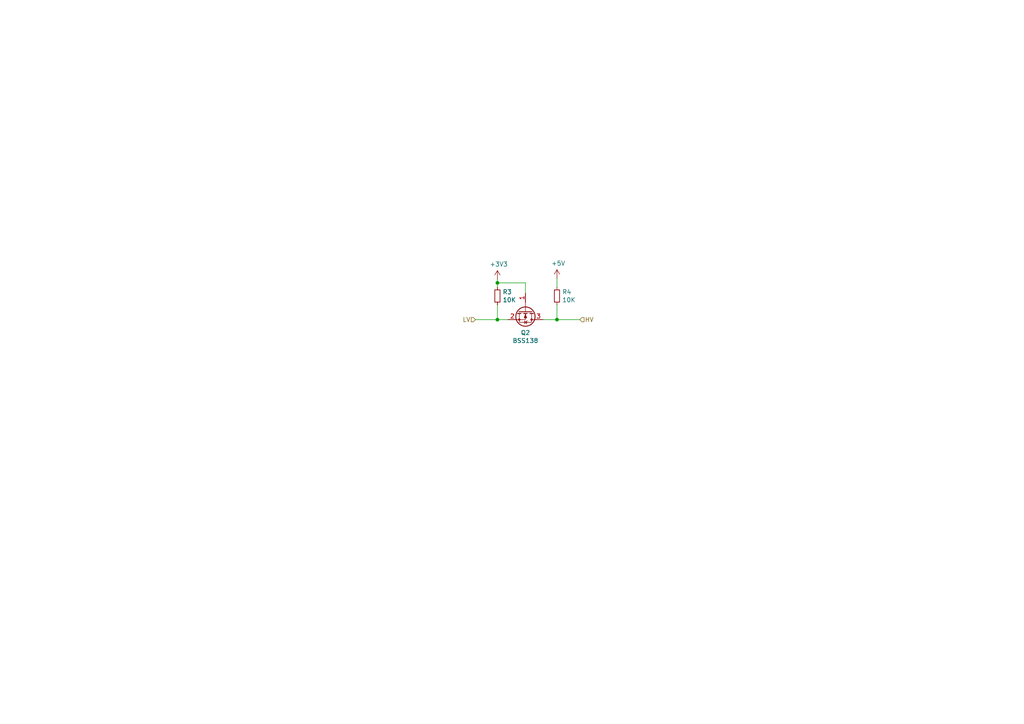
<source format=kicad_sch>
(kicad_sch (version 20230121) (generator eeschema)
  (paper "A4")
  (lib_symbols
    (symbol "Device:R_Small" (pin_numbers hide) (pin_names (offset 0.254) hide)
      (property "Reference" "R" (at 0.762 0.508 0))
      (property "Value" "R_Small" (at 0.762 -1.016 0))
      (symbol "R_Small_0_1"
        (rectangle (start -0.762 1.778) (end 0.762 -1.778) (stroke (width 0.2032)))
      )
      (symbol "R_Small_1_1"
        (pin passive line (at 0 2.54 270) (length 0.762) (name "~") (number "1"))
        (pin passive line (at 0 -2.54 90) (length 0.762) (name "~") (number "2"))
      )
    )
    (symbol "InterfaceRaspi-rescue:+3.3V-power" (power) (pin_names (offset 0))
      (property "Value" "+3.3V-power" (at 0 3.556 0))
      (symbol "+3.3V-power_0_1"
        (polyline (pts (xy -0.762 1.27) (xy 0 2.54)))
        (polyline (pts (xy 0 0) (xy 0 2.54)))
        (polyline (pts (xy 0 2.54) (xy 0.762 1.27)))
      )
      (symbol "+3.3V-power_1_1"
        (pin power_in line (at 0 0 90) (length 0) hide (name "+3V3") (number "1"))
      )
    )
    (symbol "Transistor_FET:BSS138" (pin_names hide)
      (property "Reference" "Q" (at 5.08 1.905 0))
      (property "Value" "BSS138" (at 5.08 0 0))
      (symbol "BSS138_0_1"
        (polyline (pts (xy 0.254 0) (xy -2.54 0)))
        (polyline (pts (xy 0.254 1.905) (xy 0.254 -1.905)) (stroke (width 0.254)))
        (polyline (pts (xy 0.762 -1.27) (xy 0.762 -2.286)) (stroke (width 0.254)))
        (polyline (pts (xy 0.762 0.508) (xy 0.762 -0.508)) (stroke (width 0.254)))
        (polyline (pts (xy 0.762 2.286) (xy 0.762 1.27)) (stroke (width 0.254)))
        (polyline (pts (xy 2.54 2.54) (xy 2.54 1.778)))
        (polyline (pts (xy 2.54 -2.54) (xy 2.54 0) (xy 0.762 0)))
        (polyline (pts (xy 0.762 -1.778) (xy 3.302 -1.778) (xy 3.302 1.778) (xy 0.762 1.778)))
        (polyline (pts (xy 1.016 0) (xy 2.032 0.381) (xy 2.032 -0.381) (xy 1.016 0)) (fill (type outline)))
        (polyline (pts (xy 2.794 0.508) (xy 2.921 0.381) (xy 3.683 0.381) (xy 3.81 0.254)))
        (polyline (pts (xy 3.302 0.381) (xy 2.921 -0.254) (xy 3.683 -0.254) (xy 3.302 0.381)))
        (circle (center 1.651 0) (radius 2.794) (stroke (width 0.254)))
        (circle (center 2.54 -1.778) (radius 0.254) (fill (type outline)))
        (circle (center 2.54 1.778) (radius 0.254) (fill (type outline)))
      )
      (symbol "BSS138_1_1"
        (pin input line (at -5.08 0 0) (length 2.54) (name "G") (number "1"))
        (pin passive line (at 2.54 -5.08 90) (length 2.54) (name "S") (number "2"))
        (pin passive line (at 2.54 5.08 270) (length 2.54) (name "D") (number "3"))
      )
    )
    (symbol "power:+5V" (power) (pin_names (offset 0))
      (property "Value" "+5V" (at 0 3.556 0))
      (symbol "+5V_0_1"
        (polyline (pts (xy -0.762 1.27) (xy 0 2.54)))
        (polyline (pts (xy 0 0) (xy 0 2.54)))
        (polyline (pts (xy 0 2.54) (xy 0.762 1.27)))
      )
      (symbol "+5V_1_1"
        (pin power_in line (at 0 0 90) (length 0) hide (name "+5V") (number "1"))
      )
    )
  )
  (junction (at 161.544 92.71))
  (junction (at 144.272 92.71))
  (junction (at 144.272 82.042))
  (wire (pts (xy 144.272 82.042) (xy 144.272 81.026)))
  (wire (pts (xy 161.544 88.392) (xy 161.544 92.71)))
  (wire (pts (xy 144.272 88.392) (xy 144.272 92.71)))
  (wire (pts (xy 157.48 92.71) (xy 161.544 92.71)))
  (wire (pts (xy 152.4 82.042) (xy 144.272 82.042)))
  (wire (pts (xy 144.272 83.312) (xy 144.272 82.042)))
  (wire (pts (xy 161.544 83.312) (xy 161.544 80.772)))
  (wire (pts (xy 161.544 92.71) (xy 168.148 92.71)))
  (wire (pts (xy 152.4 85.09) (xy 152.4 82.042)))
  (wire (pts (xy 144.272 92.71) (xy 147.32 92.71)))
  (wire (pts (xy 137.922 92.71) (xy 144.272 92.71)))
  (hierarchical_label "HV" (shape input) (at 168.148 92.71 0))
  (hierarchical_label "LV" (shape input) (at 137.922 92.71 180))
  (symbol (lib_id "Transistor_FET:BSS138") (at 152.4 90.17 270) (unit 1)
    (property "Reference" "Q2" (at 152.4 96.4946 90))
    (property "Value" "BSS138" (at 152.4 98.806 90))
    (property "Footprint" "Package_TO_SOT_SMD:SOT-23" (effects hide))
    (property "Datasheet" "https://www.onsemi.com/pub/Collateral/BSS138-D.PDF" (effects hide))
    (property "LCSC Part" "C426569" (effects hide))
    (instances (project "InterfaceRaspi" (path "" (reference "Q2") (unit 1)) (path "" (reference "Q4") (unit 1)) (path "" (reference "Q6") (unit 1)) (path "" (reference "Q8") (unit 1)) (path "" (reference "Q10") (unit 1)) (path "" (reference "Q1") (unit 1)) (path "" (reference "Q5") (unit 1)) (path "" (reference "Q9") (unit 1)) (path "" (reference "Q3") (unit 1)) (path "" (reference "Q11") (unit 1)) (path "" (reference "Q7") (unit 1))))
  )
  (symbol (lib_id "Device:R_Small") (at 144.272 85.852 0) (unit 1)
    (property "Reference" "R3" (at 145.7706 84.6836 0) (effects (justify left)))
    (property "Value" "10K" (at 145.7706 86.995 0) (effects (justify left)))
    (property "Footprint" "Resistor_SMD:R_0805_2012Metric_Pad1.20x1.40mm_HandSolder" (effects hide))
    (property "LCSC Part" "C17414" (effects hide))
    (instances (project "InterfaceRaspi" (path "" (reference "R3") (unit 1)) (path "" (reference "R7") (unit 1)) (path "" (reference "R11") (unit 1)) (path "" (reference "R15") (unit 1)) (path "" (reference "R19") (unit 1)) (path "" (reference "R1") (unit 1)) (path "" (reference "R9") (unit 1)) (path "" (reference "R17") (unit 1)) (path "" (reference "R5") (unit 1)) (path "" (reference "R21") (unit 1)) (path "" (reference "R13") (unit 1))))
  )
  (symbol (lib_id "Device:R_Small") (at 161.544 85.852 0) (unit 1)
    (property "Reference" "R4" (at 163.0426 84.6836 0) (effects (justify left)))
    (property "Value" "10K" (at 163.0426 86.995 0) (effects (justify left)))
    (property "Footprint" "Resistor_SMD:R_0805_2012Metric_Pad1.20x1.40mm_HandSolder" (effects hide))
    (property "LCSC Part" "C17414" (effects hide))
    (instances (project "InterfaceRaspi" (path "" (reference "R4") (unit 1)) (path "" (reference "R8") (unit 1)) (path "" (reference "R12") (unit 1)) (path "" (reference "R16") (unit 1)) (path "" (reference "R20") (unit 1)) (path "" (reference "R2") (unit 1)) (path "" (reference "R10") (unit 1)) (path "" (reference "R18") (unit 1)) (path "" (reference "R6") (unit 1)) (path "" (reference "R22") (unit 1)) (path "" (reference "R14") (unit 1))))
  )
  (symbol (lib_id "power:+5V") (at 161.544 80.772 0) (unit 1)
    (property "Reference" "#PWR023" (effects hide))
    (property "Value" "+5V" (at 161.925 76.3778 0))
    (instances (project "InterfaceRaspi" (path "" (reference "#PWR023") (unit 1)) (path "" (reference "#PWR027") (unit 1)) (path "" (reference "#PWR031") (unit 1)) (path "" (reference "#PWR035") (unit 1)) (path "" (reference "#PWR039") (unit 1)) (path "" (reference "#PWR021") (unit 1)) (path "" (reference "#PWR029") (unit 1)) (path "" (reference "#PWR037") (unit 1)) (path "" (reference "#PWR025") (unit 1)) (path "" (reference "#PWR041") (unit 1)) (path "" (reference "#PWR033") (unit 1))))
  )
  (symbol (lib_id "InterfaceRaspi-rescue:+3.3V-power") (at 144.272 81.026 0) (unit 1)
    (property "Reference" "#PWR022" (effects hide))
    (property "Value" "+3.3V" (at 144.653 76.6318 0))
    (instances (project "InterfaceRaspi" (path "" (reference "#PWR022") (unit 1)) (path "" (reference "#PWR026") (unit 1)) (path "" (reference "#PWR030") (unit 1)) (path "" (reference "#PWR034") (unit 1)) (path "" (reference "#PWR038") (unit 1)) (path "" (reference "#PWR020") (unit 1)) (path "" (reference "#PWR028") (unit 1)) (path "" (reference "#PWR036") (unit 1)) (path "" (reference "#PWR024") (unit 1)) (path "" (reference "#PWR040") (unit 1)) (path "" (reference "#PWR032") (unit 1)) (path "" (reference "#PWR040") (unit 1))))
  )
)
</source>
